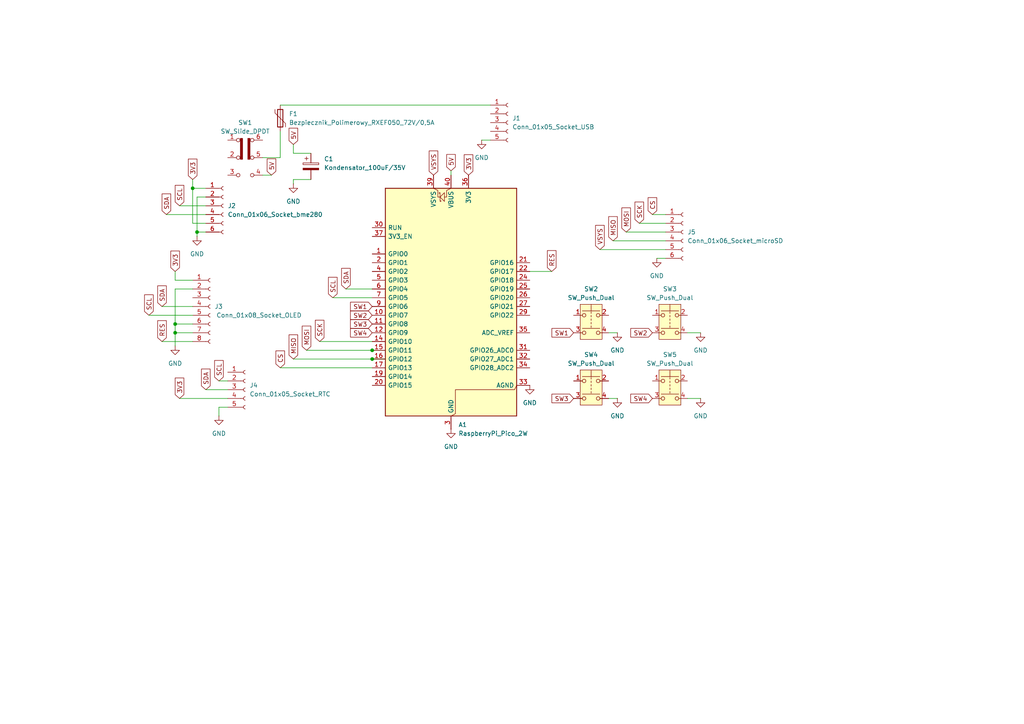
<source format=kicad_sch>
(kicad_sch (version 20250114) (generator "eeschema") (generator_version "9.0")
  (paper "A4")
  (lib_symbols
    (symbol "Conn_01x05_Socket_1" (pin_names (offset 1.016) (hide yes))
      (property "Reference" "J4" (at 1.27 1.2701 0))
      (property "Value" "Conn_01x05_Socket_RTC" (at 1.27 -1.2699 0))
      (symbol "Conn_01x05_Socket_1_1_1"
        (polyline (pts (xy -1.27 5.08) (xy -0.508 5.08)) (stroke (width 0.1524)))
        (polyline (pts (xy -1.27 2.54) (xy -0.508 2.54)) (stroke (width 0.1524)))
        (polyline (pts (xy -1.27 0) (xy -0.508 0)) (stroke (width 0.1524)))
        (polyline (pts (xy -1.27 -2.54) (xy -0.508 -2.54)) (stroke (width 0.1524)))
        (polyline (pts (xy -1.27 -5.08) (xy -0.508 -5.08)) (stroke (width 0.1524)))
        (arc (start 0 4.572) (mid -0.5058 5.08) (end 0 5.588) (stroke (width 0.1524)))
        (arc (start 0 2.032) (mid -0.5058 2.54) (end 0 3.048) (stroke (width 0.1524)))
        (arc (start 0 -0.508) (mid -0.5058 0) (end 0 0.508) (stroke (width 0.1524)))
        (arc (start 0 -3.048) (mid -0.5058 -2.54) (end 0 -2.032) (stroke (width 0.1524)))
        (arc (start 0 -5.588) (mid -0.5058 -5.08) (end 0 -4.572) (stroke (width 0.1524)))
        (pin passive line (at -5.08 5.08 0) (length 3.81) (name "DS") (number "1"))
        (pin passive line (at -5.08 2.54 0) (length 3.81) (name "SCL") (number "2"))
        (pin passive line (at -5.08 0 0) (length 3.81) (name "SDA") (number "3"))
        (pin passive line (at -5.08 -2.54 0) (length 3.81) (name "VCC") (number "4"))
        (pin passive line (at -5.08 -5.08 0) (length 3.81) (name "GND") (number "5"))
      )
    )
    (symbol "Conn_01x06_Socket_1" (pin_names (offset 1.016) (hide yes))
      (property "Reference" "J5" (at 1.27 0.0001 0))
      (property "Value" "Conn_01x06_Socket_microSD" (at 1.27 -2.5399 0))
      (symbol "Conn_01x06_Socket_1_1_1"
        (polyline (pts (xy -1.27 5.08) (xy -0.508 5.08)) (stroke (width 0.1524)))
        (polyline (pts (xy -1.27 2.54) (xy -0.508 2.54)) (stroke (width 0.1524)))
        (polyline (pts (xy -1.27 0) (xy -0.508 0)) (stroke (width 0.1524)))
        (polyline (pts (xy -1.27 -2.54) (xy -0.508 -2.54)) (stroke (width 0.1524)))
        (polyline (pts (xy -1.27 -5.08) (xy -0.508 -5.08)) (stroke (width 0.1524)))
        (polyline (pts (xy -1.27 -7.62) (xy -0.508 -7.62)) (stroke (width 0.1524)))
        (arc (start 0 4.572) (mid -0.5058 5.08) (end 0 5.588) (stroke (width 0.1524)))
        (arc (start 0 2.032) (mid -0.5058 2.54) (end 0 3.048) (stroke (width 0.1524)))
        (arc (start 0 -0.508) (mid -0.5058 0) (end 0 0.508) (stroke (width 0.1524)))
        (arc (start 0 -3.048) (mid -0.5058 -2.54) (end 0 -2.032) (stroke (width 0.1524)))
        (arc (start 0 -5.588) (mid -0.5058 -5.08) (end 0 -4.572) (stroke (width 0.1524)))
        (arc (start 0 -8.128) (mid -0.5058 -7.62) (end 0 -7.112) (stroke (width 0.1524)))
        (pin passive line (at -5.08 5.08 0) (length 3.81) (name "CS") (number "1"))
        (pin passive line (at -5.08 2.54 0) (length 3.81) (name "SCK") (number "2"))
        (pin passive line (at -5.08 0 0) (length 3.81) (name "MOSI") (number "3"))
        (pin passive line (at -5.08 -2.54 0) (length 3.81) (name "MISO") (number "4"))
        (pin passive line (at -5.08 -5.08 0) (length 3.81) (name "VCC") (number "5"))
        (pin passive line (at -5.08 -7.62 0) (length 3.81) (name "GND") (number "6"))
      )
    )
    (symbol "Connector:Conn_01x05_Socket" (pin_names (offset 1.016) (hide yes))
      (property "Reference" "J1" (at 1.27 1.2701 0))
      (property "Value" "Conn_01x05_Socket_USB" (at 1.27 -1.2699 0))
      (symbol "Conn_01x05_Socket_1_1"
        (polyline (pts (xy -1.27 5.08) (xy -0.508 5.08)) (stroke (width 0.1524)))
        (polyline (pts (xy -1.27 2.54) (xy -0.508 2.54)) (stroke (width 0.1524)))
        (polyline (pts (xy -1.27 0) (xy -0.508 0)) (stroke (width 0.1524)))
        (polyline (pts (xy -1.27 -2.54) (xy -0.508 -2.54)) (stroke (width 0.1524)))
        (polyline (pts (xy -1.27 -5.08) (xy -0.508 -5.08)) (stroke (width 0.1524)))
        (arc (start 0 4.572) (mid -0.5058 5.08) (end 0 5.588) (stroke (width 0.1524)))
        (arc (start 0 2.032) (mid -0.5058 2.54) (end 0 3.048) (stroke (width 0.1524)))
        (arc (start 0 -0.508) (mid -0.5058 0) (end 0 0.508) (stroke (width 0.1524)))
        (arc (start 0 -3.048) (mid -0.5058 -2.54) (end 0 -2.032) (stroke (width 0.1524)))
        (arc (start 0 -5.588) (mid -0.5058 -5.08) (end 0 -4.572) (stroke (width 0.1524)))
        (pin passive line (at -5.08 5.08 0) (length 3.81) (name "5V") (number "1"))
        (pin passive line (at -5.08 2.54 0) (length 3.81) (name "D-") (number "2"))
        (pin passive line (at -5.08 0 0) (length 3.81) (name "D+") (number "3"))
        (pin passive line (at -5.08 -2.54 0) (length 3.81) (name "ID") (number "4"))
        (pin passive line (at -5.08 -5.08 0) (length 3.81) (name "GND") (number "5"))
      )
    )
    (symbol "Connector:Conn_01x06_Socket" (pin_names (offset 1.016) (hide yes))
      (property "Reference" "J2" (at 1.27 0.0001 0))
      (property "Value" "Conn_01x06_Socket_bme280" (at 1.27 -2.5399 0))
      (symbol "Conn_01x06_Socket_1_1"
        (polyline (pts (xy -1.27 5.08) (xy -0.508 5.08)) (stroke (width 0.1524)))
        (polyline (pts (xy -1.27 2.54) (xy -0.508 2.54)) (stroke (width 0.1524)))
        (polyline (pts (xy -1.27 0) (xy -0.508 0)) (stroke (width 0.1524)))
        (polyline (pts (xy -1.27 -2.54) (xy -0.508 -2.54)) (stroke (width 0.1524)))
        (polyline (pts (xy -1.27 -5.08) (xy -0.508 -5.08)) (stroke (width 0.1524)))
        (polyline (pts (xy -1.27 -7.62) (xy -0.508 -7.62)) (stroke (width 0.1524)))
        (arc (start 0 4.572) (mid -0.5058 5.08) (end 0 5.588) (stroke (width 0.1524)))
        (arc (start 0 2.032) (mid -0.5058 2.54) (end 0 3.048) (stroke (width 0.1524)))
        (arc (start 0 -0.508) (mid -0.5058 0) (end 0 0.508) (stroke (width 0.1524)))
        (arc (start 0 -3.048) (mid -0.5058 -2.54) (end 0 -2.032) (stroke (width 0.1524)))
        (arc (start 0 -5.588) (mid -0.5058 -5.08) (end 0 -4.572) (stroke (width 0.1524)))
        (arc (start 0 -8.128) (mid -0.5058 -7.62) (end 0 -7.112) (stroke (width 0.1524)))
        (pin passive line (at -5.08 5.08 0) (length 3.81) (name "VCC") (number "1"))
        (pin passive line (at -5.08 2.54 0) (length 3.81) (name "GND") (number "2"))
        (pin passive line (at -5.08 0 0) (length 3.81) (name "SCL") (number "3"))
        (pin passive line (at -5.08 -2.54 0) (length 3.81) (name "SDA") (number "4"))
        (pin passive line (at -5.08 -5.08 0) (length 3.81) (name "CSB") (number "5"))
        (pin passive line (at -5.08 -7.62 0) (length 3.81) (name "SDO") (number "6"))
      )
    )
    (symbol "Connector:Conn_01x08_Socket" (pin_names (offset 1.016) (hide yes))
      (property "Reference" "J3" (at 1.27 0.0001 0))
      (property "Value" "Conn_01x08_Socket_OLED" (at 1.27 -2.5399 0))
      (symbol "Conn_01x08_Socket_1_1"
        (polyline (pts (xy -1.27 7.62) (xy -0.508 7.62)) (stroke (width 0.1524)))
        (polyline (pts (xy -1.27 5.08) (xy -0.508 5.08)) (stroke (width 0.1524)))
        (polyline (pts (xy -1.27 2.54) (xy -0.508 2.54)) (stroke (width 0.1524)))
        (polyline (pts (xy -1.27 0) (xy -0.508 0)) (stroke (width 0.1524)))
        (polyline (pts (xy -1.27 -2.54) (xy -0.508 -2.54)) (stroke (width 0.1524)))
        (polyline (pts (xy -1.27 -5.08) (xy -0.508 -5.08)) (stroke (width 0.1524)))
        (polyline (pts (xy -1.27 -7.62) (xy -0.508 -7.62)) (stroke (width 0.1524)))
        (polyline (pts (xy -1.27 -10.16) (xy -0.508 -10.16)) (stroke (width 0.1524)))
        (arc (start 0 7.112) (mid -0.5058 7.62) (end 0 8.128) (stroke (width 0.1524)))
        (arc (start 0 4.572) (mid -0.5058 5.08) (end 0 5.588) (stroke (width 0.1524)))
        (arc (start 0 2.032) (mid -0.5058 2.54) (end 0 3.048) (stroke (width 0.1524)))
        (arc (start 0 -0.508) (mid -0.5058 0) (end 0 0.508) (stroke (width 0.1524)))
        (arc (start 0 -3.048) (mid -0.5058 -2.54) (end 0 -2.032) (stroke (width 0.1524)))
        (arc (start 0 -5.588) (mid -0.5058 -5.08) (end 0 -4.572) (stroke (width 0.1524)))
        (arc (start 0 -8.128) (mid -0.5058 -7.62) (end 0 -7.112) (stroke (width 0.1524)))
        (arc (start 0 -10.668) (mid -0.5058 -10.16) (end 0 -9.652) (stroke (width 0.1524)))
        (pin passive line (at -5.08 7.62 0) (length 3.81) (name "VCC") (number "1"))
        (pin passive line (at -5.08 5.08 0) (length 3.81) (name "GND") (number "2"))
        (pin passive line (at -5.08 2.54 0) (length 3.81) (name "NC") (number "3"))
        (pin passive line (at -5.08 0 0) (length 3.81) (name "DIN") (number "4"))
        (pin passive line (at -5.08 -2.54 0) (length 3.81) (name "CLK") (number "5"))
        (pin passive line (at -5.08 -5.08 0) (length 3.81) (name "CS") (number "6"))
        (pin passive line (at -5.08 -7.62 0) (length 3.81) (name "D/C") (number "7"))
        (pin passive line (at -5.08 -10.16 0) (length 3.81) (name "RES") (number "8"))
      )
    )
    (symbol "Device:C_Polarized" (pin_numbers (hide yes)) (pin_names (offset 0.254))
      (property "Reference" "C" (at 0.635 2.54 0))
      (property "Value" "C_Polarized" (at 0.635 -2.54 0))
      (symbol "C_Polarized_0_1"
        (rectangle (start -2.286 0.508) (end 2.286 1.016))
        (polyline (pts (xy -1.778 2.286) (xy -0.762 2.286)))
        (polyline (pts (xy -1.27 2.794) (xy -1.27 1.778)))
        (rectangle (start 2.286 -0.508) (end -2.286 -1.016) (fill (type outline)))
      )
      (symbol "C_Polarized_1_1"
        (pin passive line (at 0 3.81 270) (length 2.794) (name "~") (number "1"))
        (pin passive line (at 0 -3.81 90) (length 2.794) (name "~") (number "2"))
      )
    )
    (symbol "Device:Polyfuse" (pin_numbers (hide yes)) (pin_names (offset 0))
      (property "Reference" "F" (at -2.54 0 90))
      (property "Value" "Polyfuse" (at 2.54 0 90))
      (symbol "Polyfuse_0_1"
        (polyline (pts (xy -1.524 2.54) (xy -1.524 1.524) (xy 1.524 -1.524) (xy 1.524 -2.54)))
        (rectangle (start -0.762 2.54) (end 0.762 -2.54) (stroke (width 0.254)))
        (polyline (pts (xy 0 2.54) (xy 0 -2.54)))
      )
      (symbol "Polyfuse_1_1"
        (pin passive line (at 0 3.81 270) (length 1.27) (name "~") (number "1"))
        (pin passive line (at 0 -3.81 90) (length 1.27) (name "~") (number "2"))
      )
    )
    (symbol "MCU_Module:RaspberryPi_Pico_W" (pin_names (offset 0.762))
      (property "Reference" "A" (at -19.05 35.56 0))
      (property "Value" "RaspberryPi_Pico_W" (at 7.62 35.56 0))
      (symbol "RaspberryPi_Pico_W_0_1"
        (rectangle (start -19.05 34.29) (end 19.05 -31.75) (stroke (width 0.254)) (fill (type background)))
        (polyline (pts (xy -5.08 34.29) (xy -3.81 33.655) (xy -3.81 31.75) (xy -3.175 31.75)))
        (polyline (pts (xy -3.429 32.766) (xy -3.429 33.02) (xy -3.175 33.02) (xy -3.175 30.48) (xy -2.921 30.48) (xy -2.921 30.734)))
        (polyline (pts (xy -3.175 31.75) (xy -1.905 33.02) (xy -1.905 30.48) (xy -3.175 31.75)))
        (polyline (pts (xy 0 34.29) (xy -1.27 33.655) (xy -1.27 31.75) (xy -1.905 31.75)))
        (polyline (pts (xy 0 -31.75) (xy 1.27 -31.115) (xy 1.27 -24.13) (xy 18.415 -24.13) (xy 19.05 -22.86)))
      )
      (symbol "RaspberryPi_Pico_W_1_1"
        (pin passive line (at -22.86 22.86 0) (length 3.81) (name "RUN") (number "30"))
        (pin passive line (at -22.86 20.32 0) (length 3.81) (name "3V3_EN") (number "37"))
        (pin bidirectional line (at -22.86 15.24 0) (length 3.81) (name "GPIO0") (number "1"))
        (pin bidirectional line (at -22.86 12.7 0) (length 3.81) (name "GPIO1") (number "2"))
        (pin bidirectional line (at -22.86 10.16 0) (length 3.81) (name "GPIO2") (number "4"))
        (pin bidirectional line (at -22.86 7.62 0) (length 3.81) (name "GPIO3") (number "5"))
        (pin bidirectional line (at -22.86 5.08 0) (length 3.81) (name "GPIO4") (number "6"))
        (pin bidirectional line (at -22.86 2.54 0) (length 3.81) (name "GPIO5") (number "7"))
        (pin bidirectional line (at -22.86 0 0) (length 3.81) (name "GPIO6") (number "9"))
        (pin bidirectional line (at -22.86 -2.54 0) (length 3.81) (name "GPIO7") (number "10"))
        (pin bidirectional line (at -22.86 -5.08 0) (length 3.81) (name "GPIO8") (number "11"))
        (pin bidirectional line (at -22.86 -7.62 0) (length 3.81) (name "GPIO9") (number "12"))
        (pin bidirectional line (at -22.86 -10.16 0) (length 3.81) (name "GPIO10") (number "14"))
        (pin bidirectional line (at -22.86 -12.7 0) (length 3.81) (name "GPIO11") (number "15"))
        (pin bidirectional line (at -22.86 -15.24 0) (length 3.81) (name "GPIO12") (number "16"))
        (pin bidirectional line (at -22.86 -17.78 0) (length 3.81) (name "GPIO13") (number "17"))
        (pin bidirectional line (at -22.86 -20.32 0) (length 3.81) (name "GPIO14") (number "19"))
        (pin bidirectional line (at -22.86 -22.86 0) (length 3.81) (name "GPIO15") (number "20"))
        (pin power_in line (at -5.08 38.1 270) (length 3.81) (name "VSYS") (number "39"))
        (pin power_out line (at 0 38.1 270) (length 3.81) (name "VBUS") (number "40"))
        (pin passive line (at 0 -35.56 90) (length 3.81) (hide yes) (name "GND") (number "13"))
        (pin passive line (at 0 -35.56 90) (length 3.81) (hide yes) (name "GND") (number "18"))
        (pin passive line (at 0 -35.56 90) (length 3.81) (hide yes) (name "GND") (number "23"))
        (pin passive line (at 0 -35.56 90) (length 3.81) (hide yes) (name "GND") (number "28"))
        (pin power_out line (at 0 -35.56 90) (length 3.81) (name "GND") (number "3"))
        (pin passive line (at 0 -35.56 90) (length 3.81) (hide yes) (name "GND") (number "38"))
        (pin passive line (at 0 -35.56 90) (length 3.81) (hide yes) (name "GND") (number "8"))
        (pin power_out line (at 5.08 38.1 270) (length 3.81) (name "3V3") (number "36"))
        (pin bidirectional line (at 22.86 12.7 180) (length 3.81) (name "GPIO16") (number "21"))
        (pin bidirectional line (at 22.86 10.16 180) (length 3.81) (name "GPIO17") (number "22"))
        (pin bidirectional line (at 22.86 7.62 180) (length 3.81) (name "GPIO18") (number "24"))
        (pin bidirectional line (at 22.86 5.08 180) (length 3.81) (name "GPIO19") (number "25"))
        (pin bidirectional line (at 22.86 2.54 180) (length 3.81) (name "GPIO20") (number "26"))
        (pin bidirectional line (at 22.86 0 180) (length 3.81) (name "GPIO21") (number "27"))
        (pin bidirectional line (at 22.86 -2.54 180) (length 3.81) (name "GPIO22") (number "29"))
        (pin power_in line (at 22.86 -7.62 180) (length 3.81) (name "ADC_VREF") (number "35"))
        (pin bidirectional line (at 22.86 -12.7 180) (length 3.81) (name "GPIO26_ADC0") (number "31"))
        (pin bidirectional line (at 22.86 -15.24 180) (length 3.81) (name "GPIO27_ADC1") (number "32"))
        (pin bidirectional line (at 22.86 -17.78 180) (length 3.81) (name "GPIO28_ADC2") (number "34"))
        (pin power_out line (at 22.86 -22.86 180) (length 3.81) (name "AGND") (number "33"))
      )
    )
    (symbol "Switch:SW_Push_Dual" (pin_names (offset 1.016) (hide yes))
      (property "Reference" "SW" (at 0 7.62 0))
      (property "Value" "SW_Push_Dual" (at 0 -6.35 0))
      (symbol "SW_Push_Dual_0_1"
        (circle (center -2.032 2.54) (radius 0.508))
        (circle (center -2.032 -2.54) (radius 0.508))
        (polyline (pts (xy 0 3.81) (xy 0 5.588)))
        (polyline (pts (xy 0 3.048) (xy 0 3.556)))
        (polyline (pts (xy 0 2.032) (xy 0 2.54)))
        (polyline (pts (xy 0 1.016) (xy 0 1.524)))
        (polyline (pts (xy 0 0.508) (xy 0 0)))
        (polyline (pts (xy 0 -0.508) (xy 0 -1.016)))
        (circle (center 2.032 2.54) (radius 0.508))
        (circle (center 2.032 -2.54) (radius 0.508))
        (polyline (pts (xy 2.54 3.81) (xy -2.54 3.81)))
        (polyline (pts (xy 2.54 -1.27) (xy -2.54 -1.27)))
        (pin passive line (at -5.08 2.54 0) (length 2.54) (name "1") (number "1"))
        (pin passive line (at -5.08 -2.54 0) (length 2.54) (name "3") (number "3"))
        (pin passive line (at 5.08 2.54 180) (length 2.54) (name "2") (number "2"))
        (pin passive line (at 5.08 -2.54 180) (length 2.54) (name "4") (number "4"))
      )
      (symbol "SW_Push_Dual_1_1"
        (rectangle (start -3.175 5.715) (end 3.175 -4.445) (fill (type background)))
      )
    )
    (symbol "Switch:SW_Slide_DPDT" (pin_names (offset 0) (hide yes))
      (property "Reference" "SW" (at 0 6.858 0))
      (property "Value" "SW_Slide_DPDT" (at 0 -8.128 0))
      (symbol "SW_Slide_DPDT_0_0"
        (circle (center -2.032 5.08) (radius 0.508))
        (circle (center -2.032 -5.08) (radius 0.508))
        (circle (center 2.032 0) (radius 0.508))
        (circle (center 2.032 -5.08) (radius 0.508))
      )
      (symbol "SW_Slide_DPDT_0_1"
        (circle (center -2.032 0) (radius 0.508))
        (circle (center 2.032 5.08) (radius 0.508))
      )
      (symbol "SW_Slide_DPDT_1_1"
        (rectangle (start -1.397 5.588) (end -0.762 -0.508) (fill (type outline)))
        (rectangle (start 0.762 5.588) (end 1.397 -0.508) (fill (type outline)))
        (pin passive line (at -5.08 5.08 0) (length 2.54) (name "A") (number "1"))
        (pin passive line (at -5.08 0 0) (length 2.54) (name "B") (number "2"))
        (pin passive line (at -5.08 -5.08 0) (length 2.54) (name "C") (number "3"))
        (pin passive line (at 5.08 5.08 180) (length 2.54) (name "C") (number "6"))
        (pin passive line (at 5.08 0 180) (length 2.54) (name "B") (number "5"))
        (pin passive line (at 5.08 -5.08 180) (length 2.54) (name "A") (number "4"))
      )
    )
    (symbol "power:GND" (power) (pin_numbers (hide yes)) (pin_names (offset 0) (hide yes))
      (property "Value" "GND" (at 0 -3.81 0))
      (symbol "GND_0_1"
        (polyline (pts (xy 0 0) (xy 0 -1.27) (xy 1.27 -1.27) (xy 0 -2.54) (xy -1.27 -1.27) (xy 0 -1.27)))
      )
      (symbol "GND_1_1"
        (pin power_in line (at 0 0 270) (length 0) (name "~") (number "1"))
      )
    )
  )
  (junction (at 50.8 93.98))
  (junction (at 57.15 67.31))
  (junction (at 50.8 96.52))
  (junction (at 107.95 104.14))
  (junction (at 55.88 54.61))
  (junction (at 107.95 101.6))
  (wire (pts (xy 181.61 67.31) (xy 193.04 67.31)))
  (wire (pts (xy 50.8 81.28) (xy 55.88 81.28)))
  (wire (pts (xy 185.42 64.77) (xy 193.04 64.77)))
  (wire (pts (xy 85.09 104.14) (xy 107.95 104.14)))
  (wire (pts (xy 81.28 45.72) (xy 76.2 45.72)))
  (wire (pts (xy 57.15 57.15) (xy 59.69 57.15)))
  (wire (pts (xy 85.09 52.07) (xy 85.09 53.34)))
  (wire (pts (xy 50.8 96.52) (xy 55.88 96.52)))
  (wire (pts (xy 92.71 99.06) (xy 107.95 99.06)))
  (wire (pts (xy 176.53 96.52) (xy 179.07 96.52)))
  (wire (pts (xy 88.9 101.6) (xy 107.95 101.6)))
  (wire (pts (xy 199.39 96.52) (xy 203.2 96.52)))
  (wire (pts (xy 59.69 113.03) (xy 66.04 113.03)))
  (wire (pts (xy 81.28 38.1) (xy 81.28 45.72)))
  (wire (pts (xy 50.8 100.33) (xy 50.8 96.52)))
  (wire (pts (xy 81.28 106.68) (xy 107.95 106.68)))
  (wire (pts (xy 46.99 99.06) (xy 55.88 99.06)))
  (wire (pts (xy 96.52 86.36) (xy 107.95 86.36)))
  (wire (pts (xy 63.5 110.49) (xy 66.04 110.49)))
  (wire (pts (xy 130.81 49.53) (xy 130.81 50.8)))
  (wire (pts (xy 177.8 69.85) (xy 193.04 69.85)))
  (wire (pts (xy 111.76 104.14) (xy 107.95 104.14)))
  (wire (pts (xy 139.7 40.64) (xy 142.24 40.64)))
  (wire (pts (xy 189.23 62.23) (xy 193.04 62.23)))
  (wire (pts (xy 57.15 67.31) (xy 59.69 67.31)))
  (wire (pts (xy 52.07 115.57) (xy 66.04 115.57)))
  (wire (pts (xy 50.8 96.52) (xy 50.8 93.98)))
  (wire (pts (xy 55.88 52.07) (xy 55.88 54.61)))
  (wire (pts (xy 176.53 115.57) (xy 179.07 115.57)))
  (wire (pts (xy 50.8 78.74) (xy 50.8 81.28)))
  (wire (pts (xy 199.39 115.57) (xy 203.2 115.57)))
  (wire (pts (xy 55.88 54.61) (xy 59.69 54.61)))
  (wire (pts (xy 81.28 30.48) (xy 142.24 30.48)))
  (wire (pts (xy 63.5 118.11) (xy 66.04 118.11)))
  (wire (pts (xy 153.67 78.74) (xy 160.02 78.74)))
  (wire (pts (xy 50.8 93.98) (xy 50.8 83.82)))
  (wire (pts (xy 63.5 120.65) (xy 63.5 118.11)))
  (wire (pts (xy 50.8 83.82) (xy 55.88 83.82)))
  (wire (pts (xy 55.88 64.77) (xy 55.88 54.61)))
  (wire (pts (xy 111.76 101.6) (xy 107.95 101.6)))
  (wire (pts (xy 57.15 57.15) (xy 57.15 67.31)))
  (wire (pts (xy 57.15 67.31) (xy 57.15 68.58)))
  (wire (pts (xy 48.26 62.23) (xy 59.69 62.23)))
  (wire (pts (xy 43.18 91.44) (xy 55.88 91.44)))
  (wire (pts (xy 85.09 44.45) (xy 90.17 44.45)))
  (wire (pts (xy 59.69 64.77) (xy 55.88 64.77)))
  (wire (pts (xy 46.99 88.9) (xy 55.88 88.9)))
  (wire (pts (xy 76.2 50.8) (xy 78.74 50.8)))
  (wire (pts (xy 100.33 83.82) (xy 107.95 83.82)))
  (wire (pts (xy 173.99 72.39) (xy 193.04 72.39)))
  (wire (pts (xy 90.17 52.07) (xy 85.09 52.07)))
  (wire (pts (xy 50.8 93.98) (xy 55.88 93.98)))
  (wire (pts (xy 85.09 41.91) (xy 85.09 44.45)))
  (wire (pts (xy 190.5 74.93) (xy 193.04 74.93)))
  (wire (pts (xy 52.07 59.69) (xy 59.69 59.69)))
  (global_label "SW4" (shape input) (at 189.23 115.57 180) (property "Intersheetrefs" "${INTERSHEET_REFS}" (effects (hide yes))))
  (global_label "MISO" (shape input) (at 85.09 104.14 90) (property "Intersheetrefs" "${INTERSHEET_REFS}" (effects (hide yes))))
  (global_label "SCL" (shape input) (at 43.18 91.44 90) (property "Intersheetrefs" "${INTERSHEET_REFS}" (effects (hide yes))))
  (global_label "CS" (shape input) (at 189.23 62.23 90) (property "Intersheetrefs" "${INTERSHEET_REFS}" (effects (hide yes))))
  (global_label "SW3" (shape input) (at 107.95 93.98 180) (property "Intersheetrefs" "${INTERSHEET_REFS}" (effects (hide yes))))
  (global_label "RES" (shape input) (at 46.99 99.06 90) (property "Intersheetrefs" "${INTERSHEET_REFS}" (effects (hide yes))))
  (global_label "3V3" (shape input) (at 50.8 78.74 90) (property "Intersheetrefs" "${INTERSHEET_REFS}" (effects (hide yes))))
  (global_label "SCK" (shape input) (at 185.42 64.77 90) (property "Intersheetrefs" "${INTERSHEET_REFS}" (effects (hide yes))))
  (global_label "SW1" (shape input) (at 166.37 96.52 180) (property "Intersheetrefs" "${INTERSHEET_REFS}" (effects (hide yes))))
  (global_label "SDA" (shape input) (at 100.33 83.82 90) (property "Intersheetrefs" "${INTERSHEET_REFS}" (effects (hide yes))))
  (global_label "SW3" (shape input) (at 166.37 115.57 180) (property "Intersheetrefs" "${INTERSHEET_REFS}" (effects (hide yes))))
  (global_label "SW2" (shape input) (at 107.95 91.44 180) (property "Intersheetrefs" "${INTERSHEET_REFS}" (effects (hide yes))))
  (global_label "SCL" (shape input) (at 96.52 86.36 90) (property "Intersheetrefs" "${INTERSHEET_REFS}" (effects (hide yes))))
  (global_label "5V" (shape input) (at 130.81 49.53 90) (property "Intersheetrefs" "${INTERSHEET_REFS}" (effects (hide yes))))
  (global_label "SCK" (shape input) (at 92.71 99.06 90) (property "Intersheetrefs" "${INTERSHEET_REFS}" (effects (hide yes))))
  (global_label "VSYS" (shape input) (at 125.73 50.8 90) (property "Intersheetrefs" "${INTERSHEET_REFS}" (effects (hide yes))))
  (global_label "MOSI" (shape input) (at 181.61 67.31 90) (property "Intersheetrefs" "${INTERSHEET_REFS}" (effects (hide yes))))
  (global_label "SDA" (shape input) (at 46.99 88.9 90) (property "Intersheetrefs" "${INTERSHEET_REFS}" (effects (hide yes))))
  (global_label "MISO" (shape input) (at 177.8 69.85 90) (property "Intersheetrefs" "${INTERSHEET_REFS}" (effects (hide yes))))
  (global_label "MOSI" (shape input) (at 88.9 101.6 90) (property "Intersheetrefs" "${INTERSHEET_REFS}" (effects (hide yes))))
  (global_label "5V" (shape input) (at 78.74 50.8 90) (property "Intersheetrefs" "${INTERSHEET_REFS}" (effects (hide yes))))
  (global_label "5V" (shape input) (at 85.09 41.91 90) (property "Intersheetrefs" "${INTERSHEET_REFS}" (effects (hide yes))))
  (global_label "VSYS" (shape input) (at 173.99 72.39 90) (property "Intersheetrefs" "${INTERSHEET_REFS}" (effects (hide yes))))
  (global_label "SW4" (shape input) (at 107.95 96.52 180) (property "Intersheetrefs" "${INTERSHEET_REFS}" (effects (hide yes))))
  (global_label "SDA" (shape input) (at 48.26 62.23 90) (property "Intersheetrefs" "${INTERSHEET_REFS}" (effects (hide yes))))
  (global_label "RES" (shape input) (at 160.02 78.74 90) (property "Intersheetrefs" "${INTERSHEET_REFS}" (effects (hide yes))))
  (global_label "SCL" (shape input) (at 63.5 110.49 90) (property "Intersheetrefs" "${INTERSHEET_REFS}" (effects (hide yes))))
  (global_label "SW1" (shape input) (at 107.95 88.9 180) (property "Intersheetrefs" "${INTERSHEET_REFS}" (effects (hide yes))))
  (global_label "3V3" (shape input) (at 135.89 50.8 90) (property "Intersheetrefs" "${INTERSHEET_REFS}" (effects (hide yes))))
  (global_label "SW2" (shape input) (at 189.23 96.52 180) (property "Intersheetrefs" "${INTERSHEET_REFS}" (effects (hide yes))))
  (global_label "3V3" (shape input) (at 52.07 115.57 90) (property "Intersheetrefs" "${INTERSHEET_REFS}" (effects (hide yes))))
  (global_label "SCL" (shape input) (at 52.07 59.69 90) (property "Intersheetrefs" "${INTERSHEET_REFS}" (effects (hide yes))))
  (global_label "3V3" (shape input) (at 55.88 52.07 90) (property "Intersheetrefs" "${INTERSHEET_REFS}" (effects (hide yes))))
  (global_label "SDA" (shape input) (at 59.69 113.03 90) (property "Intersheetrefs" "${INTERSHEET_REFS}" (effects (hide yes))))
  (global_label "CS" (shape input) (at 81.28 106.68 90) (property "Intersheetrefs" "${INTERSHEET_REFS}" (effects (hide yes))))
  (symbol (lib_id "power:GND") (at 179.07 96.52 0) (unit 1)
    (property "Reference" "#PWR09" (effects (hide yes)))
    (property "Value" "GND" (at 179.07 101.6 0))
    (property "Description" "Power symbol creates a global label with name \"GND\" , ground" (effects (hide yes)))
  )
  (symbol (lib_id "Switch:SW_Push_Dual") (at 194.31 113.03 0) (unit 1)
    (property "Reference" "SW5" (at 194.31 102.87 0))
    (property "Value" "SW_Push_Dual" (at 194.31 105.41 0))
    (property "Footprint" "Button_Switch_THT:SW_DIP_SPSTx02_Slide_6.7x6.64mm_W7.62mm_P2.54mm_LowProfile" (effects (hide yes)))
    (property "Description" "Push button switch, generic, symbol, four pins" (effects (hide yes)))
  )
  (symbol (lib_id "power:GND") (at 190.5 74.93 0) (unit 1)
    (property "Reference" "#PWR08" (effects (hide yes)))
    (property "Value" "GND" (at 190.5 80.01 0))
    (property "Description" "Power symbol creates a global label with name \"GND\" , ground" (effects (hide yes)))
  )
  (symbol (lib_id "Switch:SW_Push_Dual") (at 171.45 93.98 0) (unit 1)
    (property "Reference" "SW2" (at 171.45 83.82 0))
    (property "Value" "SW_Push_Dual" (at 171.45 86.36 0))
    (property "Footprint" "Button_Switch_THT:SW_DIP_SPSTx02_Slide_6.7x6.64mm_W7.62mm_P2.54mm_LowProfile" (effects (hide yes)))
    (property "Description" "Push button switch, generic, symbol, four pins" (effects (hide yes)))
  )
  (symbol (lib_id "Connector:Conn_01x06_Socket") (at 64.77 59.69 0) (unit 1)
    (property "Reference" "J2" (at 66.04 59.6899 0) (effects (justify left)))
    (property "Value" "Conn_01x06_Socket_bme280" (at 66.04 62.2299 0) (effects (justify left)))
    (property "Footprint" "Connector_PinSocket_2.54mm:PinSocket_1x06_P2.54mm_Vertical" (effects (hide yes)))
    (property "Description" "Generic connector, single row, 01x06, script generated" (effects (hide yes)))
  )
  (symbol (lib_id "Switch:SW_Slide_DPDT") (at 71.12 45.72 0) (unit 1)
    (property "Reference" "SW1" (at 71.12 35.56 0))
    (property "Value" "SW_Slide_DPDT" (at 71.12 38.1 0))
    (property "Footprint" "Button_Switch_SMD:SW_DPDT_CK_JS202011JCQN" (effects (hide yes)))
    (property "Description" "Slide Switch, dual pole double throw" (effects (hide yes)))
  )
  (symbol (lib_id "power:GND") (at 203.2 115.57 0) (unit 1)
    (property "Reference" "#PWR011" (effects (hide yes)))
    (property "Value" "GND" (at 203.2 120.65 0))
    (property "Description" "Power symbol creates a global label with name \"GND\" , ground" (effects (hide yes)))
  )
  (symbol (lib_name "Conn_01x06_Socket_1") (lib_id "Connector:Conn_01x06_Socket") (at 198.12 67.31 0) (unit 1)
    (property "Reference" "J5" (at 199.39 67.3099 0) (effects (justify left)))
    (property "Value" "Conn_01x06_Socket_microSD" (at 199.39 69.8499 0) (effects (justify left)))
    (property "Footprint" "Connector_PinSocket_2.54mm:PinSocket_1x06_P2.54mm_Vertical" (effects (hide yes)))
    (property "Description" "Generic connector, single row, 01x06, script generated" (effects (hide yes)))
  )
  (symbol (lib_id "Connector:Conn_01x05_Socket") (at 147.32 35.56 0) (unit 1)
    (property "Reference" "J1" (at 148.59 34.2899 0) (effects (justify left)))
    (property "Value" "Conn_01x05_Socket_USB" (at 148.59 36.8299 0) (effects (justify left)))
    (property "Footprint" "Connector_PinSocket_2.54mm:PinSocket_1x05_P2.54mm_Vertical" (effects (hide yes)))
    (property "Description" "Generic connector, single row, 01x05, script generated" (effects (hide yes)))
  )
  (symbol (lib_id "Device:Polyfuse") (at 81.28 34.29 0) (unit 1)
    (property "Reference" "F1" (at 83.82 33.0199 0) (effects (justify left)))
    (property "Value" "Bezpiecznik_Polimerowy_RXEF050_72V/0,5A" (at 83.82 35.5599 0) (effects (justify left)))
    (property "Footprint" "Fuse:Fuse_Littelfuse-LVR100" (effects (hide yes)))
    (property "Description" "Resettable fuse, polymeric positive temperature coefficient" (effects (hide yes)))
  )
  (symbol (lib_id "MCU_Module:RaspberryPi_Pico_W") (at 130.81 88.9 0) (unit 1)
    (property "Reference" "A1" (at 132.9533 123.19 0) (effects (justify left)))
    (property "Value" "RaspberryPi_Pico_2W" (at 132.9533 125.73 0) (effects (justify left)))
    (property "Footprint" "Module:RaspberryPi_Pico_W_SMD_HandSolder" (effects (hide yes)))
    (property "Datasheet" "https://datasheets.raspberrypi.com/picow/pico-w-datasheet.pdf" (effects (hide yes)))
    (property "Description" "Versatile and inexpensive wireless microcontroller module powered by RP2040 dual-core Arm Cortex-M0+ processor up to 133 MHz, 264kB SRAM, 2MB QSPI flash, Infineon CYW43439 2.4GHz 802.11n wireless LAN; also supports Raspberry Pi Pico 2 W" (effects (hide yes)))
  )
  (symbol (lib_id "power:GND") (at 63.5 120.65 0) (unit 1)
    (property "Reference" "#PWR06" (effects (hide yes)))
    (property "Value" "GND" (at 63.5 125.73 0))
    (property "Description" "Power symbol creates a global label with name \"GND\" , ground" (effects (hide yes)))
  )
  (symbol (lib_id "Switch:SW_Push_Dual") (at 171.45 113.03 0) (unit 1)
    (property "Reference" "SW4" (at 171.45 102.87 0))
    (property "Value" "SW_Push_Dual" (at 171.45 105.41 0))
    (property "Footprint" "Button_Switch_THT:SW_DIP_SPSTx02_Slide_6.7x6.64mm_W7.62mm_P2.54mm_LowProfile" (effects (hide yes)))
    (property "Description" "Push button switch, generic, symbol, four pins" (effects (hide yes)))
  )
  (symbol (lib_id "Switch:SW_Push_Dual") (at 194.31 93.98 0) (unit 1)
    (property "Reference" "SW3" (at 194.31 83.82 0))
    (property "Value" "SW_Push_Dual" (at 194.31 86.36 0))
    (property "Footprint" "Button_Switch_THT:SW_DIP_SPSTx02_Slide_6.7x6.64mm_W7.62mm_P2.54mm_LowProfile" (effects (hide yes)))
    (property "Description" "Push button switch, generic, symbol, four pins" (effects (hide yes)))
  )
  (symbol (lib_id "power:GND") (at 50.8 100.33 0) (unit 1)
    (property "Reference" "#PWR07" (effects (hide yes)))
    (property "Value" "GND" (at 50.8 105.41 0))
    (property "Description" "Power symbol creates a global label with name \"GND\" , ground" (effects (hide yes)))
  )
  (symbol (lib_id "power:GND") (at 203.2 96.52 0) (unit 1)
    (property "Reference" "#PWR010" (effects (hide yes)))
    (property "Value" "GND" (at 203.2 101.6 0))
    (property "Description" "Power symbol creates a global label with name \"GND\" , ground" (effects (hide yes)))
  )
  (symbol (lib_id "power:GND") (at 179.07 115.57 0) (unit 1)
    (property "Reference" "#PWR012" (effects (hide yes)))
    (property "Value" "GND" (at 179.07 120.65 0))
    (property "Description" "Power symbol creates a global label with name \"GND\" , ground" (effects (hide yes)))
  )
  (symbol (lib_name "Conn_01x05_Socket_1") (lib_id "Connector:Conn_01x05_Socket") (at 71.12 113.03 0) (unit 1)
    (property "Reference" "J4" (at 72.39 111.7599 0) (effects (justify left)))
    (property "Value" "Conn_01x05_Socket_RTC" (at 72.39 114.2999 0) (effects (justify left)))
    (property "Footprint" "Connector_PinSocket_2.54mm:PinSocket_1x05_P2.54mm_Vertical" (effects (hide yes)))
    (property "Description" "Generic connector, single row, 01x05, script generated" (effects (hide yes)))
  )
  (symbol (lib_id "Connector:Conn_01x08_Socket") (at 60.96 88.9 0) (unit 1)
    (property "Reference" "J3" (at 62.23 88.8999 0) (effects (justify left)))
    (property "Value" "Conn_01x08_Socket_OLED" (at 62.738 91.44 0) (effects (justify left)))
    (property "Footprint" "Connector_PinSocket_2.54mm:PinSocket_1x08_P2.54mm_Vertical" (effects (hide yes)))
    (property "Description" "Generic connector, single row, 01x08, script generated" (effects (hide yes)))
  )
  (symbol (lib_id "power:GND") (at 153.67 111.76 0) (unit 1)
    (property "Reference" "#PWR03" (effects (hide yes)))
    (property "Value" "GND" (at 153.67 116.84 0))
    (property "Description" "Power symbol creates a global label with name \"GND\" , ground" (effects (hide yes)))
  )
  (symbol (lib_id "power:GND") (at 85.09 53.34 0) (unit 1)
    (property "Reference" "#PWR04" (effects (hide yes)))
    (property "Value" "GND" (at 85.09 58.42 0))
    (property "Description" "Power symbol creates a global label with name \"GND\" , ground" (effects (hide yes)))
  )
  (symbol (lib_id "power:GND") (at 57.15 68.58 0) (unit 1)
    (property "Reference" "#PWR01" (effects (hide yes)))
    (property "Value" "GND" (at 57.15 73.66 0))
    (property "Description" "Power symbol creates a global label with name \"GND\" , ground" (effects (hide yes)))
  )
  (symbol (lib_id "Device:C_Polarized") (at 90.17 48.26 0) (unit 1)
    (property "Reference" "C1" (at 93.98 46.1009 0) (effects (justify left)))
    (property "Value" "Kondensator_100uF/35V" (at 93.98 48.6409 0) (effects (justify left)))
    (property "Footprint" "Capacitor_THT:CP_Radial_D6.3mm_P2.50mm" (effects (hide yes)))
    (property "Description" "Polarized capacitor" (effects (hide yes)))
  )
  (symbol (lib_id "power:GND") (at 130.81 124.46 0) (unit 1)
    (property "Reference" "#PWR02" (effects (hide yes)))
    (property "Value" "GND" (at 130.81 129.54 0))
    (property "Description" "Power symbol creates a global label with name \"GND\" , ground" (effects (hide yes)))
  )
  (symbol (lib_id "power:GND") (at 139.7 40.64 0) (unit 1)
    (property "Reference" "#PWR05" (effects (hide yes)))
    (property "Value" "GND" (at 139.7 45.72 0))
    (property "Description" "Power symbol creates a global label with name \"GND\" , ground" (effects (hide yes)))
  )
)
</source>
